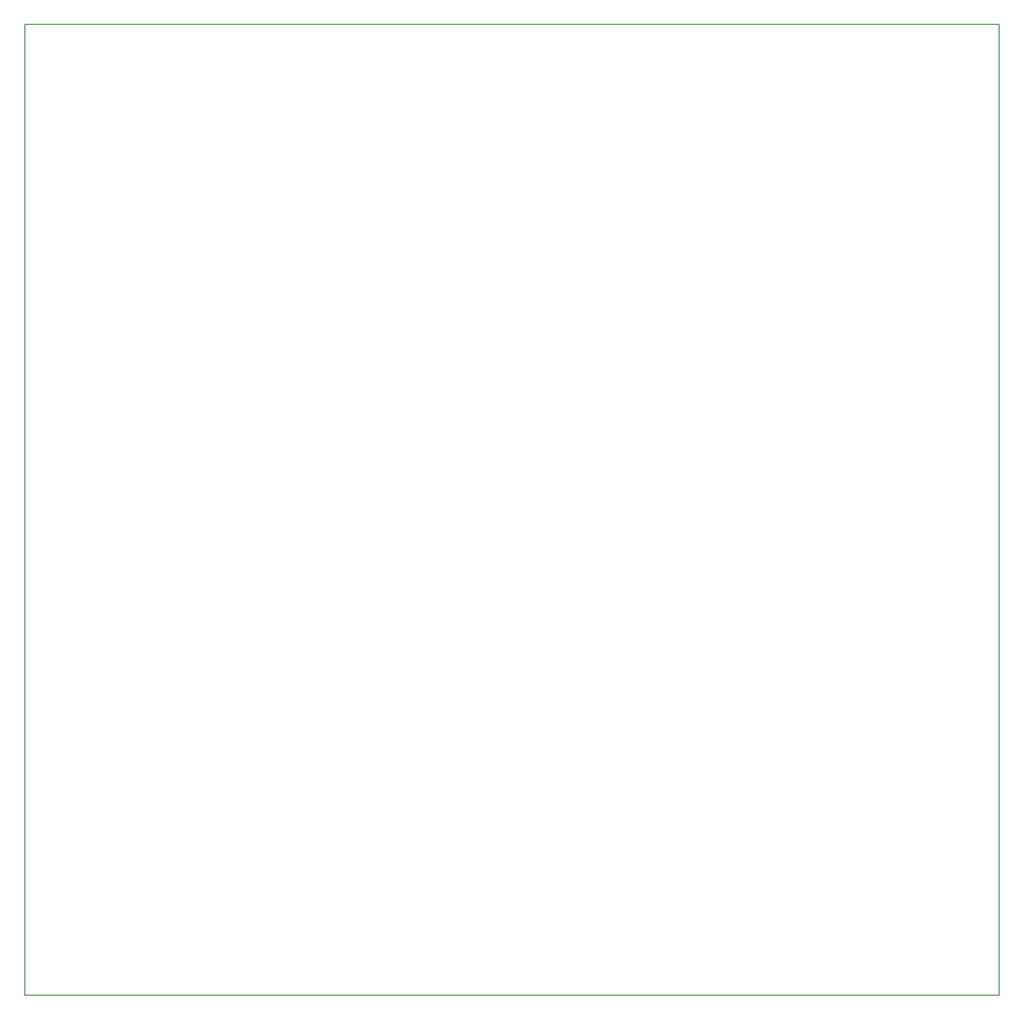
<source format=gbr>
G04 #@! TF.GenerationSoftware,KiCad,Pcbnew,5.0.0-rc3-6a2723a~65~ubuntu16.04.1*
G04 #@! TF.CreationDate,2018-07-19T22:29:32+03:00*
G04 #@! TF.ProjectId,test5,74657374352E6B696361645F70636200,rev?*
G04 #@! TF.SameCoordinates,Original*
G04 #@! TF.FileFunction,Profile,NP*
%FSLAX46Y46*%
G04 Gerber Fmt 4.6, Leading zero omitted, Abs format (unit mm)*
G04 Created by KiCad (PCBNEW 5.0.0-rc3-6a2723a~65~ubuntu16.04.1) date Thu Jul 19 22:29:32 2018*
%MOMM*%
%LPD*%
G01*
G04 APERTURE LIST*
%ADD10C,0.150000*%
G04 APERTURE END LIST*
D10*
X38354000Y-176022000D02*
X39624000Y-176022000D01*
X38354000Y-38862000D02*
X38354000Y-176022000D01*
X40386000Y-176022000D02*
X39624000Y-176022000D01*
X43942000Y-176022000D02*
X40386000Y-176022000D01*
X204470000Y-176022000D02*
X43942000Y-176022000D01*
X204470000Y-10414000D02*
X204470000Y-176022000D01*
X38354000Y-10414000D02*
X204470000Y-10414000D01*
X38354000Y-38862000D02*
X38354000Y-10414000D01*
M02*

</source>
